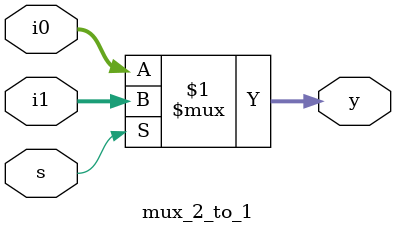
<source format=v>
module mux_2_to_1(
    input [7:0] i0, i1,
    input s,
    output [7:0] y
);

// 2-to-1 Multiplexer
// If s = 0: output y = i0
// If s = 1: output y = i1

assign y = (s ? i1 : i0);

endmodule

</source>
